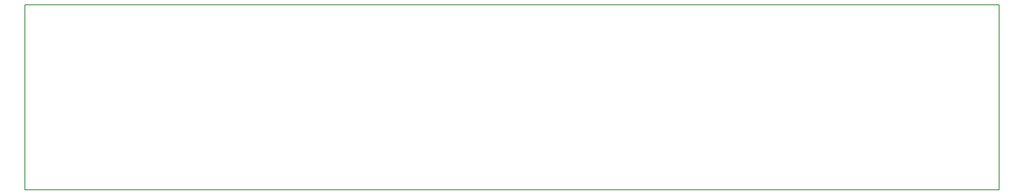
<source format=gm1>
G04 #@! TF.GenerationSoftware,KiCad,Pcbnew,(5.1.0-0)*
G04 #@! TF.CreationDate,2019-06-11T18:16:09+02:00*
G04 #@! TF.ProjectId,AddOnB,4164644f-6e42-42e6-9b69-6361645f7063,rev?*
G04 #@! TF.SameCoordinates,Original*
G04 #@! TF.FileFunction,Profile,NP*
%FSLAX46Y46*%
G04 Gerber Fmt 4.6, Leading zero omitted, Abs format (unit mm)*
G04 Created by KiCad (PCBNEW (5.1.0-0)) date 2019-06-11 18:16:09*
%MOMM*%
%LPD*%
G04 APERTURE LIST*
%ADD10C,0.150000*%
G04 APERTURE END LIST*
D10*
X6000000Y90000000D02*
X195000000Y90000000D01*
X195000000Y54000000D02*
X6000000Y54000000D01*
X6000000Y54000000D02*
X6000000Y90000000D01*
X195000000Y90000000D02*
X195000000Y54000000D01*
M02*

</source>
